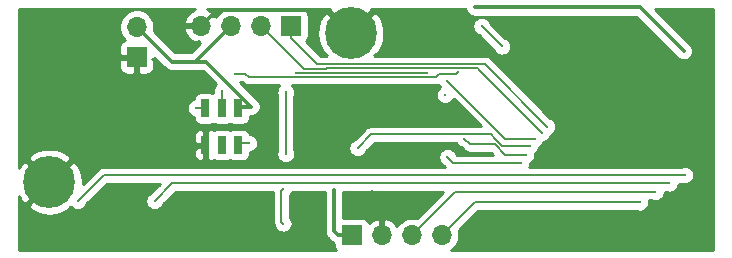
<source format=gbr>
G04 #@! TF.GenerationSoftware,KiCad,Pcbnew,5.1.5-52549c5~84~ubuntu18.04.1*
G04 #@! TF.CreationDate,2019-11-22T10:47:09+01:00*
G04 #@! TF.ProjectId,roboy_sno,726f626f-795f-4736-9e6f-2e6b69636164,rev?*
G04 #@! TF.SameCoordinates,Original*
G04 #@! TF.FileFunction,Copper,L2,Bot*
G04 #@! TF.FilePolarity,Positive*
%FSLAX46Y46*%
G04 Gerber Fmt 4.6, Leading zero omitted, Abs format (unit mm)*
G04 Created by KiCad (PCBNEW 5.1.5-52549c5~84~ubuntu18.04.1) date 2019-11-22 10:47:09*
%MOMM*%
%LPD*%
G04 APERTURE LIST*
%ADD10O,1.700000X1.700000*%
%ADD11R,1.700000X1.700000*%
%ADD12R,0.700000X1.500000*%
%ADD13C,4.400000*%
%ADD14C,0.301000*%
%ADD15C,0.300000*%
%ADD16C,0.152400*%
%ADD17C,0.254000*%
G04 APERTURE END LIST*
D10*
X90700000Y-121860000D03*
D11*
X90700000Y-124400000D03*
X103750000Y-121750000D03*
D10*
X101210000Y-121750000D03*
X98670000Y-121750000D03*
X96130000Y-121750000D03*
D11*
X108900000Y-139500000D03*
D10*
X111440000Y-139500000D03*
X113980000Y-139500000D03*
X116520000Y-139500000D03*
D12*
X97900000Y-131850000D03*
X96500000Y-131850000D03*
X99300000Y-131850000D03*
X99300000Y-128750000D03*
X97900000Y-128750000D03*
X96500000Y-128750000D03*
D13*
X83300000Y-135000000D03*
X108800000Y-122400000D03*
D14*
X95900000Y-140600000D03*
X119000000Y-121900000D03*
X120700000Y-123800000D03*
X116900000Y-129900000D03*
X110600000Y-135800000D03*
X110700000Y-129500000D03*
X95400000Y-132500000D03*
X92100000Y-129600000D03*
X134600000Y-135800000D03*
X133300000Y-136700000D03*
X123200000Y-133400000D03*
X117000000Y-132900000D03*
X124400000Y-131300000D03*
X117000000Y-126400000D03*
X123657013Y-132706343D03*
X116800000Y-127600000D03*
X118400000Y-131300000D03*
X124000000Y-131900000D03*
X109400000Y-132100000D03*
X103100000Y-138500000D03*
X103100000Y-135600000D03*
X103300000Y-132600000D03*
X103300000Y-127400000D03*
X121600000Y-123500000D03*
X119900000Y-121800000D03*
X125400000Y-130300000D03*
X125000000Y-130800000D03*
X135800000Y-135100000D03*
X92200000Y-136600000D03*
X137100000Y-134400000D03*
X85700000Y-136600000D03*
X119300000Y-120200000D03*
X137000000Y-123900000D03*
X100400000Y-128600000D03*
X107400000Y-135700000D03*
X100200000Y-131700000D03*
X97900000Y-127300000D03*
X117900000Y-125700000D03*
X99000000Y-125800000D03*
X95700000Y-128700000D03*
X115300000Y-125753300D03*
X104200000Y-125753300D03*
D15*
X111440000Y-139500000D02*
X111440000Y-136640000D01*
X111440000Y-136640000D02*
X110600000Y-135800000D01*
X96500000Y-131850000D02*
X96050000Y-131850000D01*
X96050000Y-131850000D02*
X95400000Y-132500000D01*
X95000000Y-132500000D02*
X95400000Y-132500000D01*
X92100000Y-129600000D02*
X95000000Y-132500000D01*
X97399999Y-120900001D02*
X97900000Y-120400000D01*
X96130000Y-121750000D02*
X96979999Y-120900001D01*
X96979999Y-120900001D02*
X97399999Y-120900001D01*
X97900000Y-120400000D02*
X105600000Y-120400000D01*
D16*
X117680000Y-135800000D02*
X113980000Y-139500000D01*
X134600000Y-135800000D02*
X117680000Y-135800000D01*
X119320000Y-136700000D02*
X116520000Y-139500000D01*
X133300000Y-136700000D02*
X119320000Y-136700000D01*
X117500000Y-133400000D02*
X123200000Y-133400000D01*
X117000000Y-132900000D02*
X117500000Y-133400000D01*
X121900000Y-131300000D02*
X124400000Y-131300000D01*
X117000000Y-126400000D02*
X121900000Y-131300000D01*
X123444174Y-132706343D02*
X123657013Y-132706343D01*
X121906343Y-132706343D02*
X123444174Y-132706343D01*
X121000000Y-131800000D02*
X118900000Y-131800000D01*
X118900000Y-131800000D02*
X118400000Y-131300000D01*
X121000000Y-131800000D02*
X121906343Y-132706343D01*
X121000000Y-131300000D02*
X121613118Y-131900000D01*
X121613118Y-131900000D02*
X124000000Y-131900000D01*
X120653299Y-130953299D02*
X121000000Y-131300000D01*
X110546701Y-130953299D02*
X120653299Y-130953299D01*
X109400000Y-132100000D02*
X110546701Y-130953299D01*
X102949501Y-138349501D02*
X102949501Y-135750499D01*
X103100000Y-138500000D02*
X102949501Y-138349501D01*
X102949501Y-135750499D02*
X103100000Y-135600000D01*
X103300000Y-132600000D02*
X103300000Y-127400000D01*
X121600000Y-123500000D02*
X119900000Y-121800000D01*
X103750000Y-122752400D02*
X103750000Y-121750000D01*
X103750000Y-122752400D02*
X105997600Y-125000000D01*
X105997600Y-125000000D02*
X120200000Y-125000000D01*
X120200000Y-125000000D02*
X120300000Y-125100000D01*
X125400000Y-130300000D02*
X120300000Y-125100000D01*
X101210000Y-121750000D02*
X104860000Y-125400000D01*
X119553299Y-125353299D02*
X119700000Y-125500000D01*
X106700000Y-125400000D02*
X106746701Y-125353299D01*
X106746701Y-125353299D02*
X119553299Y-125353299D01*
X104860000Y-125400000D02*
X106700000Y-125400000D01*
X125000000Y-130800000D02*
X119700000Y-125500000D01*
X135800000Y-135100000D02*
X93700000Y-135100000D01*
X93700000Y-135100000D02*
X92200000Y-136600000D01*
X137100000Y-134400000D02*
X87900000Y-134400000D01*
X87900000Y-134400000D02*
X85700000Y-136600000D01*
D15*
X119300000Y-120200000D02*
X133300000Y-120200000D01*
X133300000Y-120200000D02*
X137000000Y-123900000D01*
X99450000Y-128600000D02*
X99300000Y-128750000D01*
X100400000Y-128600000D02*
X99450000Y-128600000D01*
X90700000Y-121860000D02*
X93640000Y-124800000D01*
X95620000Y-124800000D02*
X98670000Y-121750000D01*
X93640000Y-124800000D02*
X95620000Y-124800000D01*
X107750000Y-139500000D02*
X108900000Y-139500000D01*
X107400000Y-139150000D02*
X107750000Y-139500000D01*
X107400000Y-135700000D02*
X107400000Y-139150000D01*
X96600000Y-124800000D02*
X100400000Y-128600000D01*
X95620000Y-124800000D02*
X96600000Y-124800000D01*
D16*
X99450000Y-131700000D02*
X99300000Y-131850000D01*
X100200000Y-131700000D02*
X99450000Y-131700000D01*
X97900000Y-127300000D02*
X97900000Y-128750000D01*
X117749501Y-125850499D02*
X116249501Y-125850499D01*
X117900000Y-125700000D02*
X117749501Y-125850499D01*
X116249501Y-125850499D02*
X116000000Y-126100000D01*
X116000000Y-126100000D02*
X100200000Y-126100000D01*
X99900000Y-125800000D02*
X99000000Y-125800000D01*
X100200000Y-126100000D02*
X99900000Y-125800000D01*
X96450000Y-128700000D02*
X96500000Y-128750000D01*
X95700000Y-128700000D02*
X96450000Y-128700000D01*
X115300000Y-125753300D02*
X104200000Y-125753300D01*
D17*
G36*
X95625901Y-120353175D02*
G01*
X95363080Y-120478359D01*
X95129731Y-120652412D01*
X94934822Y-120868645D01*
X94785843Y-121118748D01*
X94688519Y-121393109D01*
X94809186Y-121623000D01*
X96003000Y-121623000D01*
X96003000Y-121603000D01*
X96257000Y-121603000D01*
X96257000Y-121623000D01*
X96277000Y-121623000D01*
X96277000Y-121877000D01*
X96257000Y-121877000D01*
X96257000Y-121897000D01*
X96003000Y-121897000D01*
X96003000Y-121877000D01*
X94809186Y-121877000D01*
X94688519Y-122106891D01*
X94785843Y-122381252D01*
X94934822Y-122631355D01*
X95129731Y-122847588D01*
X95363080Y-123021641D01*
X95625901Y-123146825D01*
X95773110Y-123191476D01*
X96002998Y-123070156D01*
X96002998Y-123235000D01*
X96074843Y-123235000D01*
X95294843Y-124015000D01*
X93965157Y-124015000D01*
X92147075Y-122196918D01*
X92185000Y-122006260D01*
X92185000Y-121713740D01*
X92127932Y-121426842D01*
X92015990Y-121156589D01*
X91853475Y-120913368D01*
X91646632Y-120706525D01*
X91403411Y-120544010D01*
X91133158Y-120432068D01*
X90846260Y-120375000D01*
X90553740Y-120375000D01*
X90266842Y-120432068D01*
X89996589Y-120544010D01*
X89753368Y-120706525D01*
X89546525Y-120913368D01*
X89384010Y-121156589D01*
X89272068Y-121426842D01*
X89215000Y-121713740D01*
X89215000Y-122006260D01*
X89272068Y-122293158D01*
X89384010Y-122563411D01*
X89546525Y-122806632D01*
X89678380Y-122938487D01*
X89605820Y-122960498D01*
X89495506Y-123019463D01*
X89398815Y-123098815D01*
X89319463Y-123195506D01*
X89260498Y-123305820D01*
X89224188Y-123425518D01*
X89211928Y-123550000D01*
X89215000Y-124114250D01*
X89373750Y-124273000D01*
X90573000Y-124273000D01*
X90573000Y-124253000D01*
X90827000Y-124253000D01*
X90827000Y-124273000D01*
X90847000Y-124273000D01*
X90847000Y-124527000D01*
X90827000Y-124527000D01*
X90827000Y-125726250D01*
X90985750Y-125885000D01*
X91550000Y-125888072D01*
X91674482Y-125875812D01*
X91794180Y-125839502D01*
X91904494Y-125780537D01*
X92001185Y-125701185D01*
X92080537Y-125604494D01*
X92139502Y-125494180D01*
X92175812Y-125374482D01*
X92188072Y-125250000D01*
X92185000Y-124685750D01*
X92026252Y-124527002D01*
X92185000Y-124527002D01*
X92185000Y-124455157D01*
X93057653Y-125327810D01*
X93082236Y-125357764D01*
X93201767Y-125455862D01*
X93294311Y-125505327D01*
X93338140Y-125528754D01*
X93486113Y-125573642D01*
X93561026Y-125581020D01*
X93601439Y-125585000D01*
X93601444Y-125585000D01*
X93640000Y-125588797D01*
X93678556Y-125585000D01*
X95581447Y-125585000D01*
X95620000Y-125588797D01*
X95658553Y-125585000D01*
X96274843Y-125585000D01*
X97389489Y-126699646D01*
X97289862Y-126799273D01*
X97203899Y-126927926D01*
X97144686Y-127070878D01*
X97114500Y-127222635D01*
X97114500Y-127377365D01*
X97124292Y-127426593D01*
X97094180Y-127410498D01*
X96974482Y-127374188D01*
X96850000Y-127361928D01*
X96150000Y-127361928D01*
X96025518Y-127374188D01*
X95905820Y-127410498D01*
X95795506Y-127469463D01*
X95698815Y-127548815D01*
X95619463Y-127645506D01*
X95560498Y-127755820D01*
X95524188Y-127875518D01*
X95518305Y-127935252D01*
X95470878Y-127944686D01*
X95327926Y-128003899D01*
X95199273Y-128089862D01*
X95089862Y-128199273D01*
X95003899Y-128327926D01*
X94944686Y-128470878D01*
X94914500Y-128622635D01*
X94914500Y-128777365D01*
X94944686Y-128929122D01*
X95003899Y-129072074D01*
X95089862Y-129200727D01*
X95199273Y-129310138D01*
X95327926Y-129396101D01*
X95470878Y-129455314D01*
X95511928Y-129463479D01*
X95511928Y-129500000D01*
X95524188Y-129624482D01*
X95560498Y-129744180D01*
X95619463Y-129854494D01*
X95698815Y-129951185D01*
X95795506Y-130030537D01*
X95905820Y-130089502D01*
X96025518Y-130125812D01*
X96150000Y-130138072D01*
X96850000Y-130138072D01*
X96974482Y-130125812D01*
X97094180Y-130089502D01*
X97200000Y-130032939D01*
X97305820Y-130089502D01*
X97425518Y-130125812D01*
X97550000Y-130138072D01*
X98250000Y-130138072D01*
X98374482Y-130125812D01*
X98494180Y-130089502D01*
X98600000Y-130032939D01*
X98705820Y-130089502D01*
X98825518Y-130125812D01*
X98950000Y-130138072D01*
X99650000Y-130138072D01*
X99774482Y-130125812D01*
X99894180Y-130089502D01*
X100004494Y-130030537D01*
X100101185Y-129951185D01*
X100180537Y-129854494D01*
X100239502Y-129744180D01*
X100275812Y-129624482D01*
X100288072Y-129500000D01*
X100288072Y-129385000D01*
X100320121Y-129385000D01*
X100322635Y-129385500D01*
X100366522Y-129385500D01*
X100400000Y-129388797D01*
X100433478Y-129385500D01*
X100477365Y-129385500D01*
X100520401Y-129376940D01*
X100553887Y-129373642D01*
X100586086Y-129363874D01*
X100629122Y-129355314D01*
X100669667Y-129338520D01*
X100701860Y-129328754D01*
X100731532Y-129312894D01*
X100772074Y-129296101D01*
X100808556Y-129271724D01*
X100838233Y-129255862D01*
X100864243Y-129234516D01*
X100900727Y-129210138D01*
X100931759Y-129179106D01*
X100957764Y-129157764D01*
X100979106Y-129131759D01*
X101010138Y-129100727D01*
X101034516Y-129064243D01*
X101055862Y-129038233D01*
X101071724Y-129008556D01*
X101096101Y-128972074D01*
X101112894Y-128931532D01*
X101128754Y-128901860D01*
X101138520Y-128869667D01*
X101155314Y-128829122D01*
X101163874Y-128786086D01*
X101173642Y-128753887D01*
X101176940Y-128720401D01*
X101185500Y-128677365D01*
X101185500Y-128633484D01*
X101188798Y-128600000D01*
X101185500Y-128566516D01*
X101185500Y-128522635D01*
X101176939Y-128479594D01*
X101176636Y-128476519D01*
X101173642Y-128446113D01*
X101163874Y-128413913D01*
X101155314Y-128370878D01*
X101138520Y-128330335D01*
X101128754Y-128298140D01*
X101112895Y-128268470D01*
X101096101Y-128227926D01*
X101071724Y-128191444D01*
X101055862Y-128161767D01*
X101034516Y-128135757D01*
X101010138Y-128099273D01*
X100979106Y-128068241D01*
X100957764Y-128042236D01*
X100931759Y-128020894D01*
X100900727Y-127989862D01*
X100898593Y-127988436D01*
X99421357Y-126511200D01*
X99605413Y-126511200D01*
X99672398Y-126578185D01*
X99694673Y-126605327D01*
X99802967Y-126694202D01*
X99926519Y-126760242D01*
X100060580Y-126800909D01*
X100165064Y-126811200D01*
X100165073Y-126811200D01*
X100199999Y-126814640D01*
X100234925Y-126811200D01*
X102777935Y-126811200D01*
X102689862Y-126899273D01*
X102603899Y-127027926D01*
X102544686Y-127170878D01*
X102514500Y-127322635D01*
X102514500Y-127477365D01*
X102544686Y-127629122D01*
X102588801Y-127735624D01*
X102588800Y-132264378D01*
X102544686Y-132370878D01*
X102514500Y-132522635D01*
X102514500Y-132677365D01*
X102544686Y-132829122D01*
X102603899Y-132972074D01*
X102689862Y-133100727D01*
X102799273Y-133210138D01*
X102927926Y-133296101D01*
X103070878Y-133355314D01*
X103222635Y-133385500D01*
X103377365Y-133385500D01*
X103529122Y-133355314D01*
X103672074Y-133296101D01*
X103800727Y-133210138D01*
X103910138Y-133100727D01*
X103996101Y-132972074D01*
X104055314Y-132829122D01*
X104085500Y-132677365D01*
X104085500Y-132522635D01*
X104055314Y-132370878D01*
X104011200Y-132264378D01*
X104011200Y-127735622D01*
X104055314Y-127629122D01*
X104085500Y-127477365D01*
X104085500Y-127322635D01*
X104055314Y-127170878D01*
X103996101Y-127027926D01*
X103910138Y-126899273D01*
X103822065Y-126811200D01*
X115965074Y-126811200D01*
X116000000Y-126814640D01*
X116034926Y-126811200D01*
X116034936Y-126811200D01*
X116139420Y-126800909D01*
X116273481Y-126760242D01*
X116294373Y-126749075D01*
X116303899Y-126772074D01*
X116389862Y-126900727D01*
X116407010Y-126917875D01*
X116299273Y-126989862D01*
X116189862Y-127099273D01*
X116103899Y-127227926D01*
X116044686Y-127370878D01*
X116014500Y-127522635D01*
X116014500Y-127677365D01*
X116044686Y-127829122D01*
X116103899Y-127972074D01*
X116189862Y-128100727D01*
X116299273Y-128210138D01*
X116427926Y-128296101D01*
X116570878Y-128355314D01*
X116722635Y-128385500D01*
X116877365Y-128385500D01*
X117029122Y-128355314D01*
X117172074Y-128296101D01*
X117300727Y-128210138D01*
X117410138Y-128100727D01*
X117496101Y-127972074D01*
X117516658Y-127922445D01*
X119836311Y-130242099D01*
X110581626Y-130242099D01*
X110546700Y-130238659D01*
X110511774Y-130242099D01*
X110511765Y-130242099D01*
X110407281Y-130252390D01*
X110273220Y-130293057D01*
X110149668Y-130359097D01*
X110041374Y-130447972D01*
X110019104Y-130475108D01*
X109134429Y-131359784D01*
X109027926Y-131403899D01*
X108899273Y-131489862D01*
X108789862Y-131599273D01*
X108703899Y-131727926D01*
X108644686Y-131870878D01*
X108614500Y-132022635D01*
X108614500Y-132177365D01*
X108644686Y-132329122D01*
X108703899Y-132472074D01*
X108789862Y-132600727D01*
X108899273Y-132710138D01*
X109027926Y-132796101D01*
X109170878Y-132855314D01*
X109322635Y-132885500D01*
X109477365Y-132885500D01*
X109629122Y-132855314D01*
X109772074Y-132796101D01*
X109900727Y-132710138D01*
X110010138Y-132600727D01*
X110096101Y-132472074D01*
X110140216Y-132365571D01*
X110841289Y-131664499D01*
X117700761Y-131664499D01*
X117703899Y-131672074D01*
X117789862Y-131800727D01*
X117899273Y-131910138D01*
X118027926Y-131996101D01*
X118134429Y-132040216D01*
X118372402Y-132278190D01*
X118394673Y-132305327D01*
X118421809Y-132327597D01*
X118502967Y-132394202D01*
X118626518Y-132460242D01*
X118738470Y-132494202D01*
X118760580Y-132500909D01*
X118865064Y-132511200D01*
X118865071Y-132511200D01*
X118900000Y-132514640D01*
X118934928Y-132511200D01*
X120705413Y-132511200D01*
X120883012Y-132688800D01*
X117794588Y-132688800D01*
X117740216Y-132634429D01*
X117696101Y-132527926D01*
X117610138Y-132399273D01*
X117500727Y-132289862D01*
X117372074Y-132203899D01*
X117229122Y-132144686D01*
X117077365Y-132114500D01*
X116922635Y-132114500D01*
X116770878Y-132144686D01*
X116627926Y-132203899D01*
X116499273Y-132289862D01*
X116389862Y-132399273D01*
X116303899Y-132527926D01*
X116244686Y-132670878D01*
X116214500Y-132822635D01*
X116214500Y-132977365D01*
X116244686Y-133129122D01*
X116303899Y-133272074D01*
X116389862Y-133400727D01*
X116499273Y-133510138D01*
X116627926Y-133596101D01*
X116734429Y-133640216D01*
X116783012Y-133688800D01*
X87934928Y-133688800D01*
X87900000Y-133685360D01*
X87865071Y-133688800D01*
X87865064Y-133688800D01*
X87760580Y-133699091D01*
X87626519Y-133739758D01*
X87502967Y-133805798D01*
X87394673Y-133894673D01*
X87372403Y-133921809D01*
X86132177Y-135162036D01*
X86148678Y-134984826D01*
X86090981Y-134429368D01*
X85926028Y-133895839D01*
X85677018Y-133429976D01*
X85289775Y-133189830D01*
X83479605Y-135000000D01*
X83493748Y-135014143D01*
X83314143Y-135193748D01*
X83300000Y-135179605D01*
X81489830Y-136989775D01*
X81729976Y-137377018D01*
X82223877Y-137637641D01*
X82759133Y-137796901D01*
X83315174Y-137848678D01*
X83870632Y-137790981D01*
X84404161Y-137626028D01*
X84870024Y-137377018D01*
X85064709Y-137063083D01*
X85089862Y-137100727D01*
X85199273Y-137210138D01*
X85327926Y-137296101D01*
X85470878Y-137355314D01*
X85622635Y-137385500D01*
X85777365Y-137385500D01*
X85929122Y-137355314D01*
X86072074Y-137296101D01*
X86200727Y-137210138D01*
X86310138Y-137100727D01*
X86396101Y-136972074D01*
X86440216Y-136865571D01*
X88194588Y-135111200D01*
X92683012Y-135111200D01*
X91934429Y-135859784D01*
X91827926Y-135903899D01*
X91699273Y-135989862D01*
X91589862Y-136099273D01*
X91503899Y-136227926D01*
X91444686Y-136370878D01*
X91414500Y-136522635D01*
X91414500Y-136677365D01*
X91444686Y-136829122D01*
X91503899Y-136972074D01*
X91589862Y-137100727D01*
X91699273Y-137210138D01*
X91827926Y-137296101D01*
X91970878Y-137355314D01*
X92122635Y-137385500D01*
X92277365Y-137385500D01*
X92429122Y-137355314D01*
X92572074Y-137296101D01*
X92700727Y-137210138D01*
X92810138Y-137100727D01*
X92896101Y-136972074D01*
X92940216Y-136865571D01*
X93994589Y-135811200D01*
X102238302Y-135811200D01*
X102238301Y-138314575D01*
X102234861Y-138349501D01*
X102238301Y-138384427D01*
X102238301Y-138384436D01*
X102248592Y-138488920D01*
X102289259Y-138622981D01*
X102343912Y-138725229D01*
X102344686Y-138729122D01*
X102403899Y-138872074D01*
X102489862Y-139000727D01*
X102599273Y-139110138D01*
X102727926Y-139196101D01*
X102870878Y-139255314D01*
X103022635Y-139285500D01*
X103177365Y-139285500D01*
X103329122Y-139255314D01*
X103472074Y-139196101D01*
X103600727Y-139110138D01*
X103710138Y-139000727D01*
X103796101Y-138872074D01*
X103855314Y-138729122D01*
X103885500Y-138577365D01*
X103885500Y-138422635D01*
X103855314Y-138270878D01*
X103796101Y-138127926D01*
X103710138Y-137999273D01*
X103660701Y-137949836D01*
X103660701Y-136150164D01*
X103710138Y-136100727D01*
X103796101Y-135972074D01*
X103855314Y-135829122D01*
X103858879Y-135811200D01*
X106615000Y-135811200D01*
X106615001Y-139111437D01*
X106611203Y-139150000D01*
X106626359Y-139303886D01*
X106671246Y-139451859D01*
X106671247Y-139451860D01*
X106744139Y-139588233D01*
X106775955Y-139627000D01*
X106817655Y-139677812D01*
X106817659Y-139677816D01*
X106842237Y-139707764D01*
X106872186Y-139732343D01*
X107167649Y-140027805D01*
X107192236Y-140057764D01*
X107311767Y-140155862D01*
X107411928Y-140209399D01*
X107411928Y-140350000D01*
X107424188Y-140474482D01*
X107460498Y-140594180D01*
X107519463Y-140704494D01*
X107571581Y-140768000D01*
X80720000Y-140768000D01*
X80720000Y-136190273D01*
X80922982Y-136570024D01*
X81310225Y-136810170D01*
X83120395Y-135000000D01*
X81310225Y-133189830D01*
X80922982Y-133429976D01*
X80720000Y-133814643D01*
X80720000Y-133010225D01*
X81489830Y-133010225D01*
X83300000Y-134820395D01*
X85110170Y-133010225D01*
X84870024Y-132622982D01*
X84826472Y-132600000D01*
X95511928Y-132600000D01*
X95524188Y-132724482D01*
X95560498Y-132844180D01*
X95619463Y-132954494D01*
X95698815Y-133051185D01*
X95795506Y-133130537D01*
X95905820Y-133189502D01*
X96025518Y-133225812D01*
X96150000Y-133238072D01*
X96214250Y-133235000D01*
X96373000Y-133076250D01*
X96373000Y-131977000D01*
X95673750Y-131977000D01*
X95515000Y-132135750D01*
X95511928Y-132600000D01*
X84826472Y-132600000D01*
X84376123Y-132362359D01*
X83840867Y-132203099D01*
X83284826Y-132151322D01*
X82729368Y-132209019D01*
X82195839Y-132373972D01*
X81729976Y-132622982D01*
X81489830Y-133010225D01*
X80720000Y-133010225D01*
X80720000Y-131100000D01*
X95511928Y-131100000D01*
X95515000Y-131564250D01*
X95673750Y-131723000D01*
X96373000Y-131723000D01*
X96373000Y-130623750D01*
X96627000Y-130623750D01*
X96627000Y-131723000D01*
X96647000Y-131723000D01*
X96647000Y-131977000D01*
X96627000Y-131977000D01*
X96627000Y-133076250D01*
X96785750Y-133235000D01*
X96850000Y-133238072D01*
X96974482Y-133225812D01*
X97094180Y-133189502D01*
X97200000Y-133132939D01*
X97305820Y-133189502D01*
X97425518Y-133225812D01*
X97550000Y-133238072D01*
X98250000Y-133238072D01*
X98374482Y-133225812D01*
X98494180Y-133189502D01*
X98600000Y-133132939D01*
X98705820Y-133189502D01*
X98825518Y-133225812D01*
X98950000Y-133238072D01*
X99650000Y-133238072D01*
X99774482Y-133225812D01*
X99894180Y-133189502D01*
X100004494Y-133130537D01*
X100101185Y-133051185D01*
X100180537Y-132954494D01*
X100239502Y-132844180D01*
X100275812Y-132724482D01*
X100288072Y-132600000D01*
X100288072Y-132483370D01*
X100429122Y-132455314D01*
X100572074Y-132396101D01*
X100700727Y-132310138D01*
X100810138Y-132200727D01*
X100896101Y-132072074D01*
X100955314Y-131929122D01*
X100985500Y-131777365D01*
X100985500Y-131622635D01*
X100955314Y-131470878D01*
X100896101Y-131327926D01*
X100810138Y-131199273D01*
X100700727Y-131089862D01*
X100572074Y-131003899D01*
X100429122Y-130944686D01*
X100277365Y-130914500D01*
X100257302Y-130914500D01*
X100239502Y-130855820D01*
X100180537Y-130745506D01*
X100101185Y-130648815D01*
X100004494Y-130569463D01*
X99894180Y-130510498D01*
X99774482Y-130474188D01*
X99650000Y-130461928D01*
X98950000Y-130461928D01*
X98825518Y-130474188D01*
X98705820Y-130510498D01*
X98600000Y-130567061D01*
X98494180Y-130510498D01*
X98374482Y-130474188D01*
X98250000Y-130461928D01*
X97550000Y-130461928D01*
X97425518Y-130474188D01*
X97305820Y-130510498D01*
X97200000Y-130567061D01*
X97094180Y-130510498D01*
X96974482Y-130474188D01*
X96850000Y-130461928D01*
X96785750Y-130465000D01*
X96627000Y-130623750D01*
X96373000Y-130623750D01*
X96214250Y-130465000D01*
X96150000Y-130461928D01*
X96025518Y-130474188D01*
X95905820Y-130510498D01*
X95795506Y-130569463D01*
X95698815Y-130648815D01*
X95619463Y-130745506D01*
X95560498Y-130855820D01*
X95524188Y-130975518D01*
X95511928Y-131100000D01*
X80720000Y-131100000D01*
X80720000Y-125250000D01*
X89211928Y-125250000D01*
X89224188Y-125374482D01*
X89260498Y-125494180D01*
X89319463Y-125604494D01*
X89398815Y-125701185D01*
X89495506Y-125780537D01*
X89605820Y-125839502D01*
X89725518Y-125875812D01*
X89850000Y-125888072D01*
X90414250Y-125885000D01*
X90573000Y-125726250D01*
X90573000Y-124527000D01*
X89373750Y-124527000D01*
X89215000Y-124685750D01*
X89211928Y-125250000D01*
X80720000Y-125250000D01*
X80720000Y-120344000D01*
X95656150Y-120344000D01*
X95625901Y-120353175D01*
G37*
X95625901Y-120353175D02*
X95363080Y-120478359D01*
X95129731Y-120652412D01*
X94934822Y-120868645D01*
X94785843Y-121118748D01*
X94688519Y-121393109D01*
X94809186Y-121623000D01*
X96003000Y-121623000D01*
X96003000Y-121603000D01*
X96257000Y-121603000D01*
X96257000Y-121623000D01*
X96277000Y-121623000D01*
X96277000Y-121877000D01*
X96257000Y-121877000D01*
X96257000Y-121897000D01*
X96003000Y-121897000D01*
X96003000Y-121877000D01*
X94809186Y-121877000D01*
X94688519Y-122106891D01*
X94785843Y-122381252D01*
X94934822Y-122631355D01*
X95129731Y-122847588D01*
X95363080Y-123021641D01*
X95625901Y-123146825D01*
X95773110Y-123191476D01*
X96002998Y-123070156D01*
X96002998Y-123235000D01*
X96074843Y-123235000D01*
X95294843Y-124015000D01*
X93965157Y-124015000D01*
X92147075Y-122196918D01*
X92185000Y-122006260D01*
X92185000Y-121713740D01*
X92127932Y-121426842D01*
X92015990Y-121156589D01*
X91853475Y-120913368D01*
X91646632Y-120706525D01*
X91403411Y-120544010D01*
X91133158Y-120432068D01*
X90846260Y-120375000D01*
X90553740Y-120375000D01*
X90266842Y-120432068D01*
X89996589Y-120544010D01*
X89753368Y-120706525D01*
X89546525Y-120913368D01*
X89384010Y-121156589D01*
X89272068Y-121426842D01*
X89215000Y-121713740D01*
X89215000Y-122006260D01*
X89272068Y-122293158D01*
X89384010Y-122563411D01*
X89546525Y-122806632D01*
X89678380Y-122938487D01*
X89605820Y-122960498D01*
X89495506Y-123019463D01*
X89398815Y-123098815D01*
X89319463Y-123195506D01*
X89260498Y-123305820D01*
X89224188Y-123425518D01*
X89211928Y-123550000D01*
X89215000Y-124114250D01*
X89373750Y-124273000D01*
X90573000Y-124273000D01*
X90573000Y-124253000D01*
X90827000Y-124253000D01*
X90827000Y-124273000D01*
X90847000Y-124273000D01*
X90847000Y-124527000D01*
X90827000Y-124527000D01*
X90827000Y-125726250D01*
X90985750Y-125885000D01*
X91550000Y-125888072D01*
X91674482Y-125875812D01*
X91794180Y-125839502D01*
X91904494Y-125780537D01*
X92001185Y-125701185D01*
X92080537Y-125604494D01*
X92139502Y-125494180D01*
X92175812Y-125374482D01*
X92188072Y-125250000D01*
X92185000Y-124685750D01*
X92026252Y-124527002D01*
X92185000Y-124527002D01*
X92185000Y-124455157D01*
X93057653Y-125327810D01*
X93082236Y-125357764D01*
X93201767Y-125455862D01*
X93294311Y-125505327D01*
X93338140Y-125528754D01*
X93486113Y-125573642D01*
X93561026Y-125581020D01*
X93601439Y-125585000D01*
X93601444Y-125585000D01*
X93640000Y-125588797D01*
X93678556Y-125585000D01*
X95581447Y-125585000D01*
X95620000Y-125588797D01*
X95658553Y-125585000D01*
X96274843Y-125585000D01*
X97389489Y-126699646D01*
X97289862Y-126799273D01*
X97203899Y-126927926D01*
X97144686Y-127070878D01*
X97114500Y-127222635D01*
X97114500Y-127377365D01*
X97124292Y-127426593D01*
X97094180Y-127410498D01*
X96974482Y-127374188D01*
X96850000Y-127361928D01*
X96150000Y-127361928D01*
X96025518Y-127374188D01*
X95905820Y-127410498D01*
X95795506Y-127469463D01*
X95698815Y-127548815D01*
X95619463Y-127645506D01*
X95560498Y-127755820D01*
X95524188Y-127875518D01*
X95518305Y-127935252D01*
X95470878Y-127944686D01*
X95327926Y-128003899D01*
X95199273Y-128089862D01*
X95089862Y-128199273D01*
X95003899Y-128327926D01*
X94944686Y-128470878D01*
X94914500Y-128622635D01*
X94914500Y-128777365D01*
X94944686Y-128929122D01*
X95003899Y-129072074D01*
X95089862Y-129200727D01*
X95199273Y-129310138D01*
X95327926Y-129396101D01*
X95470878Y-129455314D01*
X95511928Y-129463479D01*
X95511928Y-129500000D01*
X95524188Y-129624482D01*
X95560498Y-129744180D01*
X95619463Y-129854494D01*
X95698815Y-129951185D01*
X95795506Y-130030537D01*
X95905820Y-130089502D01*
X96025518Y-130125812D01*
X96150000Y-130138072D01*
X96850000Y-130138072D01*
X96974482Y-130125812D01*
X97094180Y-130089502D01*
X97200000Y-130032939D01*
X97305820Y-130089502D01*
X97425518Y-130125812D01*
X97550000Y-130138072D01*
X98250000Y-130138072D01*
X98374482Y-130125812D01*
X98494180Y-130089502D01*
X98600000Y-130032939D01*
X98705820Y-130089502D01*
X98825518Y-130125812D01*
X98950000Y-130138072D01*
X99650000Y-130138072D01*
X99774482Y-130125812D01*
X99894180Y-130089502D01*
X100004494Y-130030537D01*
X100101185Y-129951185D01*
X100180537Y-129854494D01*
X100239502Y-129744180D01*
X100275812Y-129624482D01*
X100288072Y-129500000D01*
X100288072Y-129385000D01*
X100320121Y-129385000D01*
X100322635Y-129385500D01*
X100366522Y-129385500D01*
X100400000Y-129388797D01*
X100433478Y-129385500D01*
X100477365Y-129385500D01*
X100520401Y-129376940D01*
X100553887Y-129373642D01*
X100586086Y-129363874D01*
X100629122Y-129355314D01*
X100669667Y-129338520D01*
X100701860Y-129328754D01*
X100731532Y-129312894D01*
X100772074Y-129296101D01*
X100808556Y-129271724D01*
X100838233Y-129255862D01*
X100864243Y-129234516D01*
X100900727Y-129210138D01*
X100931759Y-129179106D01*
X100957764Y-129157764D01*
X100979106Y-129131759D01*
X101010138Y-129100727D01*
X101034516Y-129064243D01*
X101055862Y-129038233D01*
X101071724Y-129008556D01*
X101096101Y-128972074D01*
X101112894Y-128931532D01*
X101128754Y-128901860D01*
X101138520Y-128869667D01*
X101155314Y-128829122D01*
X101163874Y-128786086D01*
X101173642Y-128753887D01*
X101176940Y-128720401D01*
X101185500Y-128677365D01*
X101185500Y-128633484D01*
X101188798Y-128600000D01*
X101185500Y-128566516D01*
X101185500Y-128522635D01*
X101176939Y-128479594D01*
X101176636Y-128476519D01*
X101173642Y-128446113D01*
X101163874Y-128413913D01*
X101155314Y-128370878D01*
X101138520Y-128330335D01*
X101128754Y-128298140D01*
X101112895Y-128268470D01*
X101096101Y-128227926D01*
X101071724Y-128191444D01*
X101055862Y-128161767D01*
X101034516Y-128135757D01*
X101010138Y-128099273D01*
X100979106Y-128068241D01*
X100957764Y-128042236D01*
X100931759Y-128020894D01*
X100900727Y-127989862D01*
X100898593Y-127988436D01*
X99421357Y-126511200D01*
X99605413Y-126511200D01*
X99672398Y-126578185D01*
X99694673Y-126605327D01*
X99802967Y-126694202D01*
X99926519Y-126760242D01*
X100060580Y-126800909D01*
X100165064Y-126811200D01*
X100165073Y-126811200D01*
X100199999Y-126814640D01*
X100234925Y-126811200D01*
X102777935Y-126811200D01*
X102689862Y-126899273D01*
X102603899Y-127027926D01*
X102544686Y-127170878D01*
X102514500Y-127322635D01*
X102514500Y-127477365D01*
X102544686Y-127629122D01*
X102588801Y-127735624D01*
X102588800Y-132264378D01*
X102544686Y-132370878D01*
X102514500Y-132522635D01*
X102514500Y-132677365D01*
X102544686Y-132829122D01*
X102603899Y-132972074D01*
X102689862Y-133100727D01*
X102799273Y-133210138D01*
X102927926Y-133296101D01*
X103070878Y-133355314D01*
X103222635Y-133385500D01*
X103377365Y-133385500D01*
X103529122Y-133355314D01*
X103672074Y-133296101D01*
X103800727Y-133210138D01*
X103910138Y-133100727D01*
X103996101Y-132972074D01*
X104055314Y-132829122D01*
X104085500Y-132677365D01*
X104085500Y-132522635D01*
X104055314Y-132370878D01*
X104011200Y-132264378D01*
X104011200Y-127735622D01*
X104055314Y-127629122D01*
X104085500Y-127477365D01*
X104085500Y-127322635D01*
X104055314Y-127170878D01*
X103996101Y-127027926D01*
X103910138Y-126899273D01*
X103822065Y-126811200D01*
X115965074Y-126811200D01*
X116000000Y-126814640D01*
X116034926Y-126811200D01*
X116034936Y-126811200D01*
X116139420Y-126800909D01*
X116273481Y-126760242D01*
X116294373Y-126749075D01*
X116303899Y-126772074D01*
X116389862Y-126900727D01*
X116407010Y-126917875D01*
X116299273Y-126989862D01*
X116189862Y-127099273D01*
X116103899Y-127227926D01*
X116044686Y-127370878D01*
X116014500Y-127522635D01*
X116014500Y-127677365D01*
X116044686Y-127829122D01*
X116103899Y-127972074D01*
X116189862Y-128100727D01*
X116299273Y-128210138D01*
X116427926Y-128296101D01*
X116570878Y-128355314D01*
X116722635Y-128385500D01*
X116877365Y-128385500D01*
X117029122Y-128355314D01*
X117172074Y-128296101D01*
X117300727Y-128210138D01*
X117410138Y-128100727D01*
X117496101Y-127972074D01*
X117516658Y-127922445D01*
X119836311Y-130242099D01*
X110581626Y-130242099D01*
X110546700Y-130238659D01*
X110511774Y-130242099D01*
X110511765Y-130242099D01*
X110407281Y-130252390D01*
X110273220Y-130293057D01*
X110149668Y-130359097D01*
X110041374Y-130447972D01*
X110019104Y-130475108D01*
X109134429Y-131359784D01*
X109027926Y-131403899D01*
X108899273Y-131489862D01*
X108789862Y-131599273D01*
X108703899Y-131727926D01*
X108644686Y-131870878D01*
X108614500Y-132022635D01*
X108614500Y-132177365D01*
X108644686Y-132329122D01*
X108703899Y-132472074D01*
X108789862Y-132600727D01*
X108899273Y-132710138D01*
X109027926Y-132796101D01*
X109170878Y-132855314D01*
X109322635Y-132885500D01*
X109477365Y-132885500D01*
X109629122Y-132855314D01*
X109772074Y-132796101D01*
X109900727Y-132710138D01*
X110010138Y-132600727D01*
X110096101Y-132472074D01*
X110140216Y-132365571D01*
X110841289Y-131664499D01*
X117700761Y-131664499D01*
X117703899Y-131672074D01*
X117789862Y-131800727D01*
X117899273Y-131910138D01*
X118027926Y-131996101D01*
X118134429Y-132040216D01*
X118372402Y-132278190D01*
X118394673Y-132305327D01*
X118421809Y-132327597D01*
X118502967Y-132394202D01*
X118626518Y-132460242D01*
X118738470Y-132494202D01*
X118760580Y-132500909D01*
X118865064Y-132511200D01*
X118865071Y-132511200D01*
X118900000Y-132514640D01*
X118934928Y-132511200D01*
X120705413Y-132511200D01*
X120883012Y-132688800D01*
X117794588Y-132688800D01*
X117740216Y-132634429D01*
X117696101Y-132527926D01*
X117610138Y-132399273D01*
X117500727Y-132289862D01*
X117372074Y-132203899D01*
X117229122Y-132144686D01*
X117077365Y-132114500D01*
X116922635Y-132114500D01*
X116770878Y-132144686D01*
X116627926Y-132203899D01*
X116499273Y-132289862D01*
X116389862Y-132399273D01*
X116303899Y-132527926D01*
X116244686Y-132670878D01*
X116214500Y-132822635D01*
X116214500Y-132977365D01*
X116244686Y-133129122D01*
X116303899Y-133272074D01*
X116389862Y-133400727D01*
X116499273Y-133510138D01*
X116627926Y-133596101D01*
X116734429Y-133640216D01*
X116783012Y-133688800D01*
X87934928Y-133688800D01*
X87900000Y-133685360D01*
X87865071Y-133688800D01*
X87865064Y-133688800D01*
X87760580Y-133699091D01*
X87626519Y-133739758D01*
X87502967Y-133805798D01*
X87394673Y-133894673D01*
X87372403Y-133921809D01*
X86132177Y-135162036D01*
X86148678Y-134984826D01*
X86090981Y-134429368D01*
X85926028Y-133895839D01*
X85677018Y-133429976D01*
X85289775Y-133189830D01*
X83479605Y-135000000D01*
X83493748Y-135014143D01*
X83314143Y-135193748D01*
X83300000Y-135179605D01*
X81489830Y-136989775D01*
X81729976Y-137377018D01*
X82223877Y-137637641D01*
X82759133Y-137796901D01*
X83315174Y-137848678D01*
X83870632Y-137790981D01*
X84404161Y-137626028D01*
X84870024Y-137377018D01*
X85064709Y-137063083D01*
X85089862Y-137100727D01*
X85199273Y-137210138D01*
X85327926Y-137296101D01*
X85470878Y-137355314D01*
X85622635Y-137385500D01*
X85777365Y-137385500D01*
X85929122Y-137355314D01*
X86072074Y-137296101D01*
X86200727Y-137210138D01*
X86310138Y-137100727D01*
X86396101Y-136972074D01*
X86440216Y-136865571D01*
X88194588Y-135111200D01*
X92683012Y-135111200D01*
X91934429Y-135859784D01*
X91827926Y-135903899D01*
X91699273Y-135989862D01*
X91589862Y-136099273D01*
X91503899Y-136227926D01*
X91444686Y-136370878D01*
X91414500Y-136522635D01*
X91414500Y-136677365D01*
X91444686Y-136829122D01*
X91503899Y-136972074D01*
X91589862Y-137100727D01*
X91699273Y-137210138D01*
X91827926Y-137296101D01*
X91970878Y-137355314D01*
X92122635Y-137385500D01*
X92277365Y-137385500D01*
X92429122Y-137355314D01*
X92572074Y-137296101D01*
X92700727Y-137210138D01*
X92810138Y-137100727D01*
X92896101Y-136972074D01*
X92940216Y-136865571D01*
X93994589Y-135811200D01*
X102238302Y-135811200D01*
X102238301Y-138314575D01*
X102234861Y-138349501D01*
X102238301Y-138384427D01*
X102238301Y-138384436D01*
X102248592Y-138488920D01*
X102289259Y-138622981D01*
X102343912Y-138725229D01*
X102344686Y-138729122D01*
X102403899Y-138872074D01*
X102489862Y-139000727D01*
X102599273Y-139110138D01*
X102727926Y-139196101D01*
X102870878Y-139255314D01*
X103022635Y-139285500D01*
X103177365Y-139285500D01*
X103329122Y-139255314D01*
X103472074Y-139196101D01*
X103600727Y-139110138D01*
X103710138Y-139000727D01*
X103796101Y-138872074D01*
X103855314Y-138729122D01*
X103885500Y-138577365D01*
X103885500Y-138422635D01*
X103855314Y-138270878D01*
X103796101Y-138127926D01*
X103710138Y-137999273D01*
X103660701Y-137949836D01*
X103660701Y-136150164D01*
X103710138Y-136100727D01*
X103796101Y-135972074D01*
X103855314Y-135829122D01*
X103858879Y-135811200D01*
X106615000Y-135811200D01*
X106615001Y-139111437D01*
X106611203Y-139150000D01*
X106626359Y-139303886D01*
X106671246Y-139451859D01*
X106671247Y-139451860D01*
X106744139Y-139588233D01*
X106775955Y-139627000D01*
X106817655Y-139677812D01*
X106817659Y-139677816D01*
X106842237Y-139707764D01*
X106872186Y-139732343D01*
X107167649Y-140027805D01*
X107192236Y-140057764D01*
X107311767Y-140155862D01*
X107411928Y-140209399D01*
X107411928Y-140350000D01*
X107424188Y-140474482D01*
X107460498Y-140594180D01*
X107519463Y-140704494D01*
X107571581Y-140768000D01*
X80720000Y-140768000D01*
X80720000Y-136190273D01*
X80922982Y-136570024D01*
X81310225Y-136810170D01*
X83120395Y-135000000D01*
X81310225Y-133189830D01*
X80922982Y-133429976D01*
X80720000Y-133814643D01*
X80720000Y-133010225D01*
X81489830Y-133010225D01*
X83300000Y-134820395D01*
X85110170Y-133010225D01*
X84870024Y-132622982D01*
X84826472Y-132600000D01*
X95511928Y-132600000D01*
X95524188Y-132724482D01*
X95560498Y-132844180D01*
X95619463Y-132954494D01*
X95698815Y-133051185D01*
X95795506Y-133130537D01*
X95905820Y-133189502D01*
X96025518Y-133225812D01*
X96150000Y-133238072D01*
X96214250Y-133235000D01*
X96373000Y-133076250D01*
X96373000Y-131977000D01*
X95673750Y-131977000D01*
X95515000Y-132135750D01*
X95511928Y-132600000D01*
X84826472Y-132600000D01*
X84376123Y-132362359D01*
X83840867Y-132203099D01*
X83284826Y-132151322D01*
X82729368Y-132209019D01*
X82195839Y-132373972D01*
X81729976Y-132622982D01*
X81489830Y-133010225D01*
X80720000Y-133010225D01*
X80720000Y-131100000D01*
X95511928Y-131100000D01*
X95515000Y-131564250D01*
X95673750Y-131723000D01*
X96373000Y-131723000D01*
X96373000Y-130623750D01*
X96627000Y-130623750D01*
X96627000Y-131723000D01*
X96647000Y-131723000D01*
X96647000Y-131977000D01*
X96627000Y-131977000D01*
X96627000Y-133076250D01*
X96785750Y-133235000D01*
X96850000Y-133238072D01*
X96974482Y-133225812D01*
X97094180Y-133189502D01*
X97200000Y-133132939D01*
X97305820Y-133189502D01*
X97425518Y-133225812D01*
X97550000Y-133238072D01*
X98250000Y-133238072D01*
X98374482Y-133225812D01*
X98494180Y-133189502D01*
X98600000Y-133132939D01*
X98705820Y-133189502D01*
X98825518Y-133225812D01*
X98950000Y-133238072D01*
X99650000Y-133238072D01*
X99774482Y-133225812D01*
X99894180Y-133189502D01*
X100004494Y-133130537D01*
X100101185Y-133051185D01*
X100180537Y-132954494D01*
X100239502Y-132844180D01*
X100275812Y-132724482D01*
X100288072Y-132600000D01*
X100288072Y-132483370D01*
X100429122Y-132455314D01*
X100572074Y-132396101D01*
X100700727Y-132310138D01*
X100810138Y-132200727D01*
X100896101Y-132072074D01*
X100955314Y-131929122D01*
X100985500Y-131777365D01*
X100985500Y-131622635D01*
X100955314Y-131470878D01*
X100896101Y-131327926D01*
X100810138Y-131199273D01*
X100700727Y-131089862D01*
X100572074Y-131003899D01*
X100429122Y-130944686D01*
X100277365Y-130914500D01*
X100257302Y-130914500D01*
X100239502Y-130855820D01*
X100180537Y-130745506D01*
X100101185Y-130648815D01*
X100004494Y-130569463D01*
X99894180Y-130510498D01*
X99774482Y-130474188D01*
X99650000Y-130461928D01*
X98950000Y-130461928D01*
X98825518Y-130474188D01*
X98705820Y-130510498D01*
X98600000Y-130567061D01*
X98494180Y-130510498D01*
X98374482Y-130474188D01*
X98250000Y-130461928D01*
X97550000Y-130461928D01*
X97425518Y-130474188D01*
X97305820Y-130510498D01*
X97200000Y-130567061D01*
X97094180Y-130510498D01*
X96974482Y-130474188D01*
X96850000Y-130461928D01*
X96785750Y-130465000D01*
X96627000Y-130623750D01*
X96373000Y-130623750D01*
X96214250Y-130465000D01*
X96150000Y-130461928D01*
X96025518Y-130474188D01*
X95905820Y-130510498D01*
X95795506Y-130569463D01*
X95698815Y-130648815D01*
X95619463Y-130745506D01*
X95560498Y-130855820D01*
X95524188Y-130975518D01*
X95511928Y-131100000D01*
X80720000Y-131100000D01*
X80720000Y-125250000D01*
X89211928Y-125250000D01*
X89224188Y-125374482D01*
X89260498Y-125494180D01*
X89319463Y-125604494D01*
X89398815Y-125701185D01*
X89495506Y-125780537D01*
X89605820Y-125839502D01*
X89725518Y-125875812D01*
X89850000Y-125888072D01*
X90414250Y-125885000D01*
X90573000Y-125726250D01*
X90573000Y-124527000D01*
X89373750Y-124527000D01*
X89215000Y-124685750D01*
X89211928Y-125250000D01*
X80720000Y-125250000D01*
X80720000Y-120344000D01*
X95656150Y-120344000D01*
X95625901Y-120353175D01*
G36*
X106989830Y-120410225D02*
G01*
X108800000Y-122220395D01*
X110610170Y-120410225D01*
X110569101Y-120344000D01*
X118525385Y-120344000D01*
X118526359Y-120353887D01*
X118536124Y-120386079D01*
X118544686Y-120429122D01*
X118561480Y-120469667D01*
X118571246Y-120501860D01*
X118587106Y-120531532D01*
X118603899Y-120572074D01*
X118628276Y-120608556D01*
X118644138Y-120638233D01*
X118665484Y-120664243D01*
X118689862Y-120700727D01*
X118720894Y-120731759D01*
X118742236Y-120757764D01*
X118768241Y-120779106D01*
X118799273Y-120810138D01*
X118835757Y-120834516D01*
X118861767Y-120855862D01*
X118891444Y-120871724D01*
X118927926Y-120896101D01*
X118968468Y-120912894D01*
X118998140Y-120928754D01*
X119030333Y-120938520D01*
X119070878Y-120955314D01*
X119113921Y-120963876D01*
X119146113Y-120973641D01*
X119179594Y-120976939D01*
X119222635Y-120985500D01*
X119377365Y-120985500D01*
X119379879Y-120985000D01*
X132974843Y-120985000D01*
X136388438Y-124398596D01*
X136389862Y-124400727D01*
X136499273Y-124510138D01*
X136535760Y-124534518D01*
X136561767Y-124555861D01*
X136591438Y-124571720D01*
X136627926Y-124596101D01*
X136668470Y-124612895D01*
X136698140Y-124628754D01*
X136730334Y-124638520D01*
X136770878Y-124655314D01*
X136813919Y-124663875D01*
X136846112Y-124673641D01*
X136879593Y-124676938D01*
X136922635Y-124685500D01*
X136966523Y-124685500D01*
X136999999Y-124688797D01*
X137033475Y-124685500D01*
X137077365Y-124685500D01*
X137120409Y-124676938D01*
X137153886Y-124673641D01*
X137186076Y-124663876D01*
X137229122Y-124655314D01*
X137269670Y-124638518D01*
X137301859Y-124628754D01*
X137331526Y-124612897D01*
X137372074Y-124596101D01*
X137408566Y-124571718D01*
X137438232Y-124555861D01*
X137464234Y-124534522D01*
X137500727Y-124510138D01*
X137531761Y-124479104D01*
X137557764Y-124457764D01*
X137579104Y-124431761D01*
X137610138Y-124400727D01*
X137634522Y-124364234D01*
X137655861Y-124338232D01*
X137671718Y-124308566D01*
X137696101Y-124272074D01*
X137712897Y-124231526D01*
X137728754Y-124201859D01*
X137738518Y-124169670D01*
X137755314Y-124129122D01*
X137763876Y-124086076D01*
X137773641Y-124053886D01*
X137776938Y-124020409D01*
X137785500Y-123977365D01*
X137785500Y-123933475D01*
X137788797Y-123899999D01*
X137785500Y-123866523D01*
X137785500Y-123822635D01*
X137776938Y-123779593D01*
X137773641Y-123746112D01*
X137763875Y-123713919D01*
X137755314Y-123670878D01*
X137738520Y-123630334D01*
X137728754Y-123598140D01*
X137712895Y-123568470D01*
X137696101Y-123527926D01*
X137671720Y-123491438D01*
X137655861Y-123461767D01*
X137634518Y-123435760D01*
X137610138Y-123399273D01*
X137500727Y-123289862D01*
X137498596Y-123288438D01*
X134554157Y-120344000D01*
X139498001Y-120344000D01*
X139498000Y-140768000D01*
X117295233Y-140768000D01*
X117466632Y-140653475D01*
X117673475Y-140446632D01*
X117835990Y-140203411D01*
X117947932Y-139933158D01*
X118005000Y-139646260D01*
X118005000Y-139353740D01*
X117949759Y-139076028D01*
X119614588Y-137411200D01*
X132964378Y-137411200D01*
X133070878Y-137455314D01*
X133222635Y-137485500D01*
X133377365Y-137485500D01*
X133529122Y-137455314D01*
X133672074Y-137396101D01*
X133800727Y-137310138D01*
X133910138Y-137200727D01*
X133996101Y-137072074D01*
X134055314Y-136929122D01*
X134085500Y-136777365D01*
X134085500Y-136622635D01*
X134063334Y-136511200D01*
X134264378Y-136511200D01*
X134370878Y-136555314D01*
X134522635Y-136585500D01*
X134677365Y-136585500D01*
X134829122Y-136555314D01*
X134972074Y-136496101D01*
X135100727Y-136410138D01*
X135210138Y-136300727D01*
X135296101Y-136172074D01*
X135355314Y-136029122D01*
X135385500Y-135877365D01*
X135385500Y-135811200D01*
X135464378Y-135811200D01*
X135570878Y-135855314D01*
X135722635Y-135885500D01*
X135877365Y-135885500D01*
X136029122Y-135855314D01*
X136172074Y-135796101D01*
X136300727Y-135710138D01*
X136410138Y-135600727D01*
X136496101Y-135472074D01*
X136555314Y-135329122D01*
X136585500Y-135177365D01*
X136585500Y-135111200D01*
X136764378Y-135111200D01*
X136870878Y-135155314D01*
X137022635Y-135185500D01*
X137177365Y-135185500D01*
X137329122Y-135155314D01*
X137472074Y-135096101D01*
X137600727Y-135010138D01*
X137710138Y-134900727D01*
X137796101Y-134772074D01*
X137855314Y-134629122D01*
X137885500Y-134477365D01*
X137885500Y-134322635D01*
X137855314Y-134170878D01*
X137796101Y-134027926D01*
X137710138Y-133899273D01*
X137600727Y-133789862D01*
X137472074Y-133703899D01*
X137329122Y-133644686D01*
X137177365Y-133614500D01*
X137022635Y-133614500D01*
X136870878Y-133644686D01*
X136764378Y-133688800D01*
X123930594Y-133688800D01*
X123955314Y-133629122D01*
X123985500Y-133477365D01*
X123985500Y-133420498D01*
X124029087Y-133402444D01*
X124157740Y-133316481D01*
X124267151Y-133207070D01*
X124353114Y-133078417D01*
X124412327Y-132935465D01*
X124442513Y-132783708D01*
X124442513Y-132628978D01*
X124428477Y-132558414D01*
X124500727Y-132510138D01*
X124610138Y-132400727D01*
X124696101Y-132272074D01*
X124755314Y-132129122D01*
X124783260Y-131988627D01*
X124900727Y-131910138D01*
X125010138Y-131800727D01*
X125096101Y-131672074D01*
X125136864Y-131573665D01*
X125229122Y-131555314D01*
X125372074Y-131496101D01*
X125500727Y-131410138D01*
X125610138Y-131300727D01*
X125696101Y-131172074D01*
X125755314Y-131029122D01*
X125760967Y-131000702D01*
X125772074Y-130996101D01*
X125900727Y-130910138D01*
X126010138Y-130800727D01*
X126096101Y-130672074D01*
X126155314Y-130529122D01*
X126185500Y-130377365D01*
X126185500Y-130222635D01*
X126155314Y-130070878D01*
X126096101Y-129927926D01*
X126010138Y-129799273D01*
X125900727Y-129689862D01*
X125772074Y-129603899D01*
X125673340Y-129563002D01*
X120829793Y-124624485D01*
X120827597Y-124621809D01*
X120805330Y-124599542D01*
X120783290Y-124577070D01*
X120780637Y-124574849D01*
X120727600Y-124521813D01*
X120705327Y-124494673D01*
X120597033Y-124405798D01*
X120473481Y-124339758D01*
X120339420Y-124299091D01*
X120234936Y-124288800D01*
X120234926Y-124288800D01*
X120200000Y-124285360D01*
X120165074Y-124288800D01*
X110868408Y-124288800D01*
X110789777Y-124210169D01*
X111177018Y-123970024D01*
X111437641Y-123476123D01*
X111596901Y-122940867D01*
X111648678Y-122384826D01*
X111590981Y-121829368D01*
X111557982Y-121722635D01*
X119114500Y-121722635D01*
X119114500Y-121877365D01*
X119144686Y-122029122D01*
X119203899Y-122172074D01*
X119289862Y-122300727D01*
X119399273Y-122410138D01*
X119527926Y-122496101D01*
X119634429Y-122540216D01*
X120859784Y-123765572D01*
X120903899Y-123872074D01*
X120989862Y-124000727D01*
X121099273Y-124110138D01*
X121227926Y-124196101D01*
X121370878Y-124255314D01*
X121522635Y-124285500D01*
X121677365Y-124285500D01*
X121829122Y-124255314D01*
X121972074Y-124196101D01*
X122100727Y-124110138D01*
X122210138Y-124000727D01*
X122296101Y-123872074D01*
X122355314Y-123729122D01*
X122385500Y-123577365D01*
X122385500Y-123422635D01*
X122355314Y-123270878D01*
X122296101Y-123127926D01*
X122210138Y-122999273D01*
X122100727Y-122889862D01*
X121972074Y-122803899D01*
X121865572Y-122759784D01*
X120640216Y-121534429D01*
X120596101Y-121427926D01*
X120510138Y-121299273D01*
X120400727Y-121189862D01*
X120272074Y-121103899D01*
X120129122Y-121044686D01*
X119977365Y-121014500D01*
X119822635Y-121014500D01*
X119670878Y-121044686D01*
X119527926Y-121103899D01*
X119399273Y-121189862D01*
X119289862Y-121299273D01*
X119203899Y-121427926D01*
X119144686Y-121570878D01*
X119114500Y-121722635D01*
X111557982Y-121722635D01*
X111426028Y-121295839D01*
X111177018Y-120829976D01*
X110789775Y-120589830D01*
X108979605Y-122400000D01*
X108993748Y-122414143D01*
X108814143Y-122593748D01*
X108800000Y-122579605D01*
X108785858Y-122593748D01*
X108606253Y-122414143D01*
X108620395Y-122400000D01*
X106810225Y-120589830D01*
X106422982Y-120829976D01*
X106162359Y-121323877D01*
X106003099Y-121859133D01*
X105951322Y-122415174D01*
X106009019Y-122970632D01*
X106173972Y-123504161D01*
X106422982Y-123970024D01*
X106810223Y-124210169D01*
X106731592Y-124288800D01*
X106292189Y-124288800D01*
X105052712Y-123049324D01*
X105130537Y-122954494D01*
X105189502Y-122844180D01*
X105225812Y-122724482D01*
X105238072Y-122600000D01*
X105238072Y-120900000D01*
X105225812Y-120775518D01*
X105189502Y-120655820D01*
X105130537Y-120545506D01*
X105051185Y-120448815D01*
X104954494Y-120369463D01*
X104906857Y-120344000D01*
X107030899Y-120344000D01*
X106989830Y-120410225D01*
G37*
X106989830Y-120410225D02*
X108800000Y-122220395D01*
X110610170Y-120410225D01*
X110569101Y-120344000D01*
X118525385Y-120344000D01*
X118526359Y-120353887D01*
X118536124Y-120386079D01*
X118544686Y-120429122D01*
X118561480Y-120469667D01*
X118571246Y-120501860D01*
X118587106Y-120531532D01*
X118603899Y-120572074D01*
X118628276Y-120608556D01*
X118644138Y-120638233D01*
X118665484Y-120664243D01*
X118689862Y-120700727D01*
X118720894Y-120731759D01*
X118742236Y-120757764D01*
X118768241Y-120779106D01*
X118799273Y-120810138D01*
X118835757Y-120834516D01*
X118861767Y-120855862D01*
X118891444Y-120871724D01*
X118927926Y-120896101D01*
X118968468Y-120912894D01*
X118998140Y-120928754D01*
X119030333Y-120938520D01*
X119070878Y-120955314D01*
X119113921Y-120963876D01*
X119146113Y-120973641D01*
X119179594Y-120976939D01*
X119222635Y-120985500D01*
X119377365Y-120985500D01*
X119379879Y-120985000D01*
X132974843Y-120985000D01*
X136388438Y-124398596D01*
X136389862Y-124400727D01*
X136499273Y-124510138D01*
X136535760Y-124534518D01*
X136561767Y-124555861D01*
X136591438Y-124571720D01*
X136627926Y-124596101D01*
X136668470Y-124612895D01*
X136698140Y-124628754D01*
X136730334Y-124638520D01*
X136770878Y-124655314D01*
X136813919Y-124663875D01*
X136846112Y-124673641D01*
X136879593Y-124676938D01*
X136922635Y-124685500D01*
X136966523Y-124685500D01*
X136999999Y-124688797D01*
X137033475Y-124685500D01*
X137077365Y-124685500D01*
X137120409Y-124676938D01*
X137153886Y-124673641D01*
X137186076Y-124663876D01*
X137229122Y-124655314D01*
X137269670Y-124638518D01*
X137301859Y-124628754D01*
X137331526Y-124612897D01*
X137372074Y-124596101D01*
X137408566Y-124571718D01*
X137438232Y-124555861D01*
X137464234Y-124534522D01*
X137500727Y-124510138D01*
X137531761Y-124479104D01*
X137557764Y-124457764D01*
X137579104Y-124431761D01*
X137610138Y-124400727D01*
X137634522Y-124364234D01*
X137655861Y-124338232D01*
X137671718Y-124308566D01*
X137696101Y-124272074D01*
X137712897Y-124231526D01*
X137728754Y-124201859D01*
X137738518Y-124169670D01*
X137755314Y-124129122D01*
X137763876Y-124086076D01*
X137773641Y-124053886D01*
X137776938Y-124020409D01*
X137785500Y-123977365D01*
X137785500Y-123933475D01*
X137788797Y-123899999D01*
X137785500Y-123866523D01*
X137785500Y-123822635D01*
X137776938Y-123779593D01*
X137773641Y-123746112D01*
X137763875Y-123713919D01*
X137755314Y-123670878D01*
X137738520Y-123630334D01*
X137728754Y-123598140D01*
X137712895Y-123568470D01*
X137696101Y-123527926D01*
X137671720Y-123491438D01*
X137655861Y-123461767D01*
X137634518Y-123435760D01*
X137610138Y-123399273D01*
X137500727Y-123289862D01*
X137498596Y-123288438D01*
X134554157Y-120344000D01*
X139498001Y-120344000D01*
X139498000Y-140768000D01*
X117295233Y-140768000D01*
X117466632Y-140653475D01*
X117673475Y-140446632D01*
X117835990Y-140203411D01*
X117947932Y-139933158D01*
X118005000Y-139646260D01*
X118005000Y-139353740D01*
X117949759Y-139076028D01*
X119614588Y-137411200D01*
X132964378Y-137411200D01*
X133070878Y-137455314D01*
X133222635Y-137485500D01*
X133377365Y-137485500D01*
X133529122Y-137455314D01*
X133672074Y-137396101D01*
X133800727Y-137310138D01*
X133910138Y-137200727D01*
X133996101Y-137072074D01*
X134055314Y-136929122D01*
X134085500Y-136777365D01*
X134085500Y-136622635D01*
X134063334Y-136511200D01*
X134264378Y-136511200D01*
X134370878Y-136555314D01*
X134522635Y-136585500D01*
X134677365Y-136585500D01*
X134829122Y-136555314D01*
X134972074Y-136496101D01*
X135100727Y-136410138D01*
X135210138Y-136300727D01*
X135296101Y-136172074D01*
X135355314Y-136029122D01*
X135385500Y-135877365D01*
X135385500Y-135811200D01*
X135464378Y-135811200D01*
X135570878Y-135855314D01*
X135722635Y-135885500D01*
X135877365Y-135885500D01*
X136029122Y-135855314D01*
X136172074Y-135796101D01*
X136300727Y-135710138D01*
X136410138Y-135600727D01*
X136496101Y-135472074D01*
X136555314Y-135329122D01*
X136585500Y-135177365D01*
X136585500Y-135111200D01*
X136764378Y-135111200D01*
X136870878Y-135155314D01*
X137022635Y-135185500D01*
X137177365Y-135185500D01*
X137329122Y-135155314D01*
X137472074Y-135096101D01*
X137600727Y-135010138D01*
X137710138Y-134900727D01*
X137796101Y-134772074D01*
X137855314Y-134629122D01*
X137885500Y-134477365D01*
X137885500Y-134322635D01*
X137855314Y-134170878D01*
X137796101Y-134027926D01*
X137710138Y-133899273D01*
X137600727Y-133789862D01*
X137472074Y-133703899D01*
X137329122Y-133644686D01*
X137177365Y-133614500D01*
X137022635Y-133614500D01*
X136870878Y-133644686D01*
X136764378Y-133688800D01*
X123930594Y-133688800D01*
X123955314Y-133629122D01*
X123985500Y-133477365D01*
X123985500Y-133420498D01*
X124029087Y-133402444D01*
X124157740Y-133316481D01*
X124267151Y-133207070D01*
X124353114Y-133078417D01*
X124412327Y-132935465D01*
X124442513Y-132783708D01*
X124442513Y-132628978D01*
X124428477Y-132558414D01*
X124500727Y-132510138D01*
X124610138Y-132400727D01*
X124696101Y-132272074D01*
X124755314Y-132129122D01*
X124783260Y-131988627D01*
X124900727Y-131910138D01*
X125010138Y-131800727D01*
X125096101Y-131672074D01*
X125136864Y-131573665D01*
X125229122Y-131555314D01*
X125372074Y-131496101D01*
X125500727Y-131410138D01*
X125610138Y-131300727D01*
X125696101Y-131172074D01*
X125755314Y-131029122D01*
X125760967Y-131000702D01*
X125772074Y-130996101D01*
X125900727Y-130910138D01*
X126010138Y-130800727D01*
X126096101Y-130672074D01*
X126155314Y-130529122D01*
X126185500Y-130377365D01*
X126185500Y-130222635D01*
X126155314Y-130070878D01*
X126096101Y-129927926D01*
X126010138Y-129799273D01*
X125900727Y-129689862D01*
X125772074Y-129603899D01*
X125673340Y-129563002D01*
X120829793Y-124624485D01*
X120827597Y-124621809D01*
X120805330Y-124599542D01*
X120783290Y-124577070D01*
X120780637Y-124574849D01*
X120727600Y-124521813D01*
X120705327Y-124494673D01*
X120597033Y-124405798D01*
X120473481Y-124339758D01*
X120339420Y-124299091D01*
X120234936Y-124288800D01*
X120234926Y-124288800D01*
X120200000Y-124285360D01*
X120165074Y-124288800D01*
X110868408Y-124288800D01*
X110789777Y-124210169D01*
X111177018Y-123970024D01*
X111437641Y-123476123D01*
X111596901Y-122940867D01*
X111648678Y-122384826D01*
X111590981Y-121829368D01*
X111557982Y-121722635D01*
X119114500Y-121722635D01*
X119114500Y-121877365D01*
X119144686Y-122029122D01*
X119203899Y-122172074D01*
X119289862Y-122300727D01*
X119399273Y-122410138D01*
X119527926Y-122496101D01*
X119634429Y-122540216D01*
X120859784Y-123765572D01*
X120903899Y-123872074D01*
X120989862Y-124000727D01*
X121099273Y-124110138D01*
X121227926Y-124196101D01*
X121370878Y-124255314D01*
X121522635Y-124285500D01*
X121677365Y-124285500D01*
X121829122Y-124255314D01*
X121972074Y-124196101D01*
X122100727Y-124110138D01*
X122210138Y-124000727D01*
X122296101Y-123872074D01*
X122355314Y-123729122D01*
X122385500Y-123577365D01*
X122385500Y-123422635D01*
X122355314Y-123270878D01*
X122296101Y-123127926D01*
X122210138Y-122999273D01*
X122100727Y-122889862D01*
X121972074Y-122803899D01*
X121865572Y-122759784D01*
X120640216Y-121534429D01*
X120596101Y-121427926D01*
X120510138Y-121299273D01*
X120400727Y-121189862D01*
X120272074Y-121103899D01*
X120129122Y-121044686D01*
X119977365Y-121014500D01*
X119822635Y-121014500D01*
X119670878Y-121044686D01*
X119527926Y-121103899D01*
X119399273Y-121189862D01*
X119289862Y-121299273D01*
X119203899Y-121427926D01*
X119144686Y-121570878D01*
X119114500Y-121722635D01*
X111557982Y-121722635D01*
X111426028Y-121295839D01*
X111177018Y-120829976D01*
X110789775Y-120589830D01*
X108979605Y-122400000D01*
X108993748Y-122414143D01*
X108814143Y-122593748D01*
X108800000Y-122579605D01*
X108785858Y-122593748D01*
X108606253Y-122414143D01*
X108620395Y-122400000D01*
X106810225Y-120589830D01*
X106422982Y-120829976D01*
X106162359Y-121323877D01*
X106003099Y-121859133D01*
X105951322Y-122415174D01*
X106009019Y-122970632D01*
X106173972Y-123504161D01*
X106422982Y-123970024D01*
X106810223Y-124210169D01*
X106731592Y-124288800D01*
X106292189Y-124288800D01*
X105052712Y-123049324D01*
X105130537Y-122954494D01*
X105189502Y-122844180D01*
X105225812Y-122724482D01*
X105238072Y-122600000D01*
X105238072Y-120900000D01*
X105225812Y-120775518D01*
X105189502Y-120655820D01*
X105130537Y-120545506D01*
X105051185Y-120448815D01*
X104954494Y-120369463D01*
X104906857Y-120344000D01*
X107030899Y-120344000D01*
X106989830Y-120410225D01*
G36*
X114403972Y-138070241D02*
G01*
X114126260Y-138015000D01*
X113833740Y-138015000D01*
X113546842Y-138072068D01*
X113276589Y-138184010D01*
X113033368Y-138346525D01*
X112826525Y-138553368D01*
X112704805Y-138735534D01*
X112635178Y-138618645D01*
X112440269Y-138402412D01*
X112206920Y-138228359D01*
X111944099Y-138103175D01*
X111796890Y-138058524D01*
X111567000Y-138179845D01*
X111567000Y-139373000D01*
X111587000Y-139373000D01*
X111587000Y-139627000D01*
X111567000Y-139627000D01*
X111567000Y-139647000D01*
X111313000Y-139647000D01*
X111313000Y-139627000D01*
X111293000Y-139627000D01*
X111293000Y-139373000D01*
X111313000Y-139373000D01*
X111313000Y-138179845D01*
X111083110Y-138058524D01*
X110935901Y-138103175D01*
X110673080Y-138228359D01*
X110439731Y-138402412D01*
X110363966Y-138486466D01*
X110339502Y-138405820D01*
X110280537Y-138295506D01*
X110201185Y-138198815D01*
X110104494Y-138119463D01*
X109994180Y-138060498D01*
X109874482Y-138024188D01*
X109750000Y-138011928D01*
X108185000Y-138011928D01*
X108185000Y-135811200D01*
X116663012Y-135811200D01*
X114403972Y-138070241D01*
G37*
X114403972Y-138070241D02*
X114126260Y-138015000D01*
X113833740Y-138015000D01*
X113546842Y-138072068D01*
X113276589Y-138184010D01*
X113033368Y-138346525D01*
X112826525Y-138553368D01*
X112704805Y-138735534D01*
X112635178Y-138618645D01*
X112440269Y-138402412D01*
X112206920Y-138228359D01*
X111944099Y-138103175D01*
X111796890Y-138058524D01*
X111567000Y-138179845D01*
X111567000Y-139373000D01*
X111587000Y-139373000D01*
X111587000Y-139627000D01*
X111567000Y-139627000D01*
X111567000Y-139647000D01*
X111313000Y-139647000D01*
X111313000Y-139627000D01*
X111293000Y-139627000D01*
X111293000Y-139373000D01*
X111313000Y-139373000D01*
X111313000Y-138179845D01*
X111083110Y-138058524D01*
X110935901Y-138103175D01*
X110673080Y-138228359D01*
X110439731Y-138402412D01*
X110363966Y-138486466D01*
X110339502Y-138405820D01*
X110280537Y-138295506D01*
X110201185Y-138198815D01*
X110104494Y-138119463D01*
X109994180Y-138060498D01*
X109874482Y-138024188D01*
X109750000Y-138011928D01*
X108185000Y-138011928D01*
X108185000Y-135811200D01*
X116663012Y-135811200D01*
X114403972Y-138070241D01*
G36*
X97966589Y-120434010D02*
G01*
X97723368Y-120596525D01*
X97516525Y-120803368D01*
X97394805Y-120985534D01*
X97325178Y-120868645D01*
X97130269Y-120652412D01*
X96896920Y-120478359D01*
X96634099Y-120353175D01*
X96603850Y-120344000D01*
X98183893Y-120344000D01*
X97966589Y-120434010D01*
G37*
X97966589Y-120434010D02*
X97723368Y-120596525D01*
X97516525Y-120803368D01*
X97394805Y-120985534D01*
X97325178Y-120868645D01*
X97130269Y-120652412D01*
X96896920Y-120478359D01*
X96634099Y-120353175D01*
X96603850Y-120344000D01*
X98183893Y-120344000D01*
X97966589Y-120434010D01*
M02*

</source>
